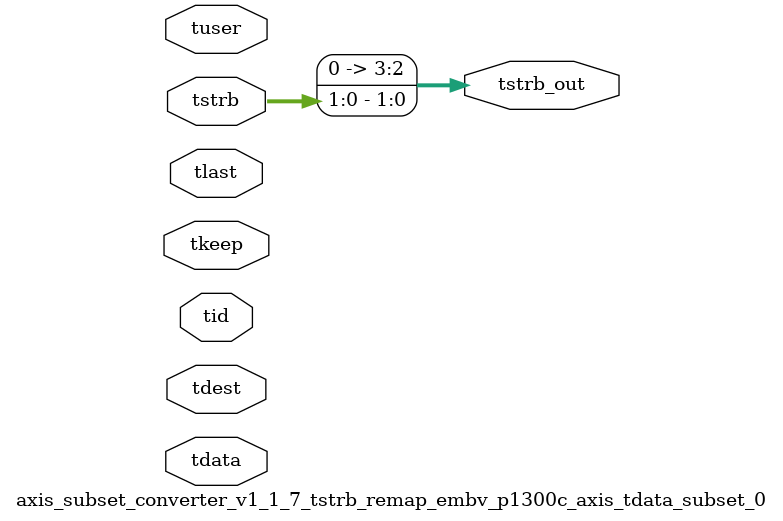
<source format=v>


`timescale 1ps/1ps

module axis_subset_converter_v1_1_7_tstrb_remap_embv_p1300c_axis_tdata_subset_0 #
(
parameter C_S_AXIS_TDATA_WIDTH = 32,
parameter C_S_AXIS_TUSER_WIDTH = 0,
parameter C_S_AXIS_TID_WIDTH   = 0,
parameter C_S_AXIS_TDEST_WIDTH = 0,
parameter C_M_AXIS_TDATA_WIDTH = 32
)
(
input  [(C_S_AXIS_TDATA_WIDTH == 0 ? 1 : C_S_AXIS_TDATA_WIDTH)-1:0     ] tdata,
input  [(C_S_AXIS_TUSER_WIDTH == 0 ? 1 : C_S_AXIS_TUSER_WIDTH)-1:0     ] tuser,
input  [(C_S_AXIS_TID_WIDTH   == 0 ? 1 : C_S_AXIS_TID_WIDTH)-1:0       ] tid,
input  [(C_S_AXIS_TDEST_WIDTH == 0 ? 1 : C_S_AXIS_TDEST_WIDTH)-1:0     ] tdest,
input  [(C_S_AXIS_TDATA_WIDTH/8)-1:0 ] tkeep,
input  [(C_S_AXIS_TDATA_WIDTH/8)-1:0 ] tstrb,
input                                                                    tlast,
output [(C_M_AXIS_TDATA_WIDTH/8)-1:0 ] tstrb_out
);

assign tstrb_out = {tstrb[1:0]};

endmodule


</source>
